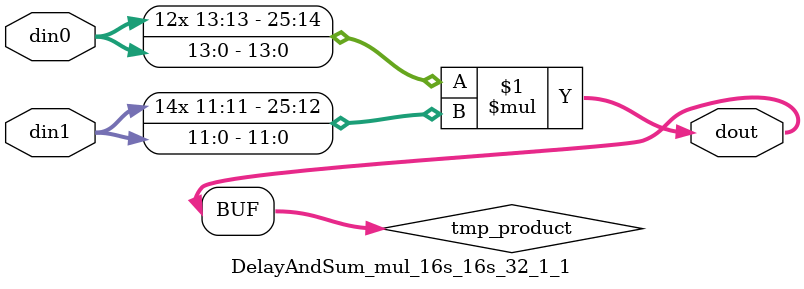
<source format=v>

`timescale 1 ns / 1 ps

 module DelayAndSum_mul_16s_16s_32_1_1(din0, din1, dout);
parameter ID = 1;
parameter NUM_STAGE = 0;
parameter din0_WIDTH = 14;
parameter din1_WIDTH = 12;
parameter dout_WIDTH = 26;

input [din0_WIDTH - 1 : 0] din0; 
input [din1_WIDTH - 1 : 0] din1; 
output [dout_WIDTH - 1 : 0] dout;

wire signed [dout_WIDTH - 1 : 0] tmp_product;



























assign tmp_product = $signed(din0) * $signed(din1);








assign dout = tmp_product;





















endmodule

</source>
